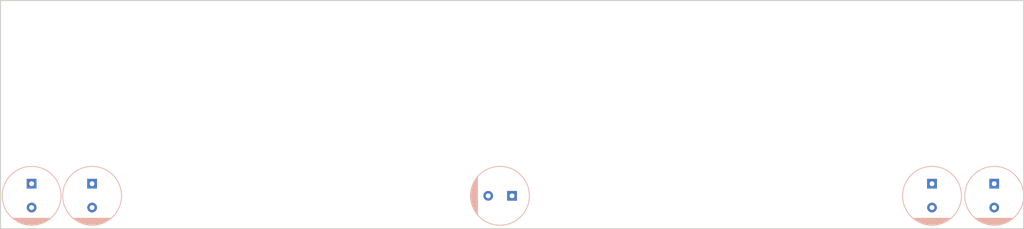
<source format=kicad_pcb>
(kicad_pcb (version 20221018) (generator pcbnew)
  (title_block (title "STEPPER") (date "2022-06-23") (rev "v1.1") (company "EPAK GmbH"))
  (layers (0 "F.Cu" signal) (1 "In1.Cu" power "In1_GND.Cu") (2 "In2.Cu" signal "In2_Signal1_Cu") (3 "In3.Cu" power "In3_Power_Cu") (4 "In4.Cu" power "In4_Power_Cu") (5 "In5.Cu" signal "In5_Signal2_Cu") (6 "In6.Cu" power "In6_GND_Cu") (31 "B.Cu" signal) (34 "B.Paste" user) (35 "F.Paste" user) (36 "B.SilkS" user "B.Silkscreen") (37 "F.SilkS" user "F.Silkscreen") (38 "B.Mask" user) (39 "F.Mask" user) (44 "Edge.Cuts" user))
  (net 0 "")
  (net 1 "GND")
  (net 2 "/Motor1/VMOT")
  (footprint "0_EPAK:CP_Rad_D8_H6" (layer "B.Cu") (at 117.25 95.25 -90)
    (fp_text reference "C101" hide)
    (fp_text value "22u")
    (fp_circle (center 0 0) (end 4.25 -0.25) (stroke (width 0.12)) (fill none) (layer "B.SilkS"))
    (fp_poly (pts (xy 3.75 2) (xy 4 1.25) (xy 4.257346 0) (xy 4 -1.25) (xy 3.75 -2) (xy 3.25 -2.75) (xy 3.25 2.75)) (stroke (width 0.12)) (fill solid) (layer "B.SilkS"))
    (pad "1" thru_hole rect (at -1.75 0 270) (size 1.4 1.4) (drill 0.7) (layers "*.Cu" "*.Mask") (net 2 "/Motor1/VMOT"))
    (pad "2" thru_hole circle (at 1.7 0 270) (size 1.4 1.4) (drill 0.7) (layers "*.Cu" "*.Mask") (net 1 "GND"))
  )
  (footprint "0_EPAK:CP_Rad_D8_H6" (layer "B.Cu") (at 238.75 95.25 -90)
    (fp_text reference "C102" hide)
    (fp_text value "22u")
    (fp_circle (center 0 0) (end 4.25 -0.25) (stroke (width 0.12)) (fill none) (layer "B.SilkS"))
    (fp_poly (pts (xy 3.75 2) (xy 4 1.25) (xy 4.257346 0) (xy 4 -1.25) (xy 3.75 -2) (xy 3.25 -2.75) (xy 3.25 2.75)) (stroke (width 0.12)) (fill solid) (layer "B.SilkS"))
    (pad "1" thru_hole rect (at -1.75 0 270) (size 1.4 1.4) (drill 0.7) (layers "*.Cu" "*.Mask") (net 2 "/Motor1/VMOT"))
    (pad "2" thru_hole circle (at 1.7 0 270) (size 1.4 1.4) (drill 0.7) (layers "*.Cu" "*.Mask") (net 1 "GND"))
  )
  (footprint "0_EPAK:CP_Rad_D8_H6" (layer "B.Cu") (at 108.5 95.25 -90)
    (fp_text reference "C708" hide)
    (fp_text value "22u")
    (fp_circle (center 0 0) (end 4.25 -0.25) (stroke (width 0.12)) (fill none) (layer "B.SilkS"))
    (fp_poly (pts (xy 3.75 2) (xy 4 1.25) (xy 4.257346 0) (xy 4 -1.25) (xy 3.75 -2) (xy 3.25 -2.75) (xy 3.25 2.75)) (stroke (width 0.12)) (fill solid) (layer "B.SilkS"))
    (pad "1" thru_hole rect (at -1.75 0 270) (size 1.4 1.4) (drill 0.7) (layers "*.Cu" "*.Mask") (net 2 "/Motor1/VMOT"))
    (pad "2" thru_hole circle (at 1.7 0 270) (size 1.4 1.4) (drill 0.7) (layers "*.Cu" "*.Mask") (net 1 "GND"))
  )
  (footprint "0_EPAK:CP_Rad_D8_H6" (layer "B.Cu") (at 176.25 95.25 180)
    (fp_text reference "C311" hide)
    (fp_text value "22u")
    (fp_circle (center 0 0) (end 4.25 -0.25) (stroke (width 0.12)) (fill none) (layer "B.SilkS"))
    (fp_poly (pts (xy 3.75 2) (xy 4 1.25) (xy 4.257346 0) (xy 4 -1.25) (xy 3.75 -2) (xy 3.25 -2.75) (xy 3.25 2.75)) (stroke (width 0.12)) (fill solid) (layer "B.SilkS"))
    (pad "1" thru_hole rect (at -1.75 0 180) (size 1.4 1.4) (drill 0.7) (layers "*.Cu" "*.Mask") (net 2 "/Motor1/VMOT"))
    (pad "2" thru_hole circle (at 1.7 0 180) (size 1.4 1.4) (drill 0.7) (layers "*.Cu" "*.Mask") (net 1 "GND"))
  )
  (footprint "0_EPAK:CP_Rad_D8_H6" (layer "B.Cu") (at 247.75 95.25 -90)
    (fp_text reference "C511" hide)
    (fp_text value "22u")
    (fp_circle (center 0 0) (end 4.25 -0.25) (stroke (width 0.12)) (fill none) (layer "B.SilkS"))
    (fp_poly (pts (xy 3.75 2) (xy 4 1.25) (xy 4.257346 0) (xy 4 -1.25) (xy 3.75 -2) (xy 3.25 -2.75) (xy 3.25 2.75)) (stroke (width 0.12)) (fill solid) (layer "B.SilkS"))
    (pad "1" thru_hole rect (at -1.75 0 270) (size 1.4 1.4) (drill 0.7) (layers "*.Cu" "*.Mask") (net 2 "/Motor1/VMOT"))
    (pad "2" thru_hole circle (at 1.7 0 270) (size 1.4 1.4) (drill 0.7) (layers "*.Cu" "*.Mask") (net 1 "GND"))
  )
  (gr_rect (start 104 67) (end 252 100) (stroke (width 0.15)) (fill none) (layer "Edge.Cuts"))
)
</source>
